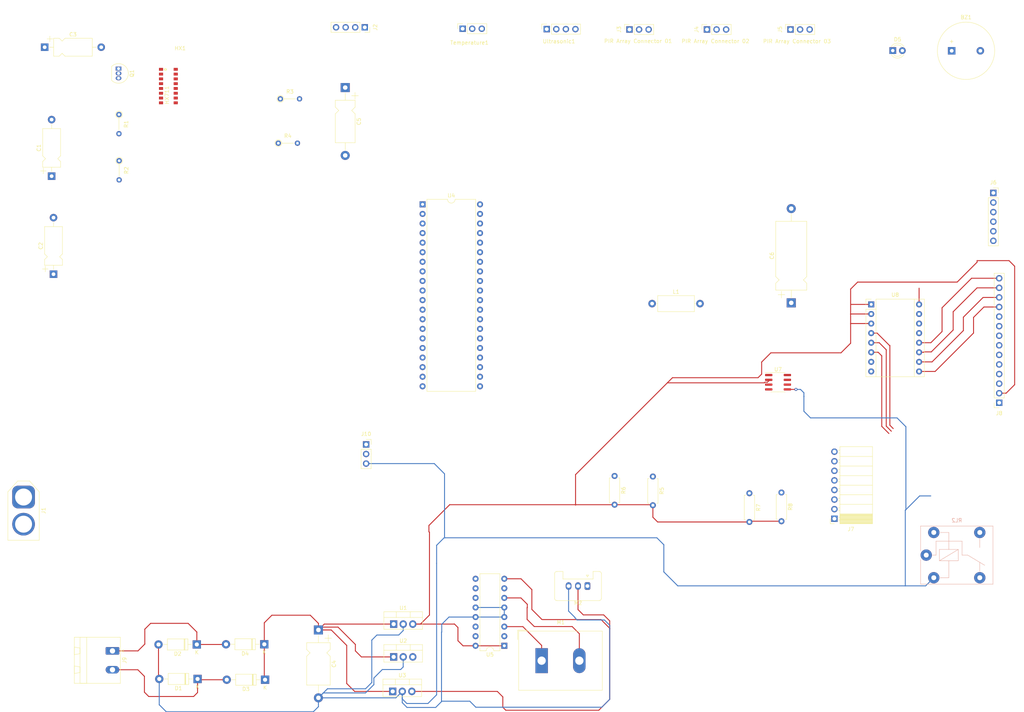
<source format=kicad_pcb>
(kicad_pcb (version 20211014) (generator pcbnew)
  (layers (0 "F.Cu" signal) (31 "B.Cu" signal) (34 "B.Paste" user) (35 "F.Paste" user) (36 "B.SilkS" user "B.Silkscreen") (37 "F.SilkS" user "F.Silkscreen") (38 "B.Mask" user) (39 "F.Mask" user) (44 "Edge.Cuts" user))
  (net 0 "")
  (net 1 "Net-(M1-Pad1)")
  (net 2 "Net-(M1-Pad2)")
  (net 3 "Net-(R6-Pad1)")
  (net 4 "Net-(C3-Pad1)")
  (net 5 "Net-(R5-Pad1)")
  (net 6 "Net-(HX1-Pad8)")
  (net 7 "Net-(C5-Pad2)")
  (net 8 "Net-(HX1-Pad4)")
  (net 9 "Net-(Q1-Pad3)")
  (net 10 "Net-(HX1-Pad7)")
  (net 11 "Net-(C5-Pad1)")
  (net 15 "Net-(RL2-PadA1)")
  (net 16 "Net-(RL1-PadA1)")
  (net 17 "Net-(U4-Pad14)")
  (net 18 "Net-(U4-Pad15)")
  (net 19 "Net-(HX1-Pad2)")
  (net 20 "Net-(Temperature1-Pad2)")
  (net 21 "Net-(C4-Pad1)")
  (net 22 "Net-(M2-Pad2)")
  (net 28 "Net-(J7-Pad8)")
  (net 29 "Net-(J7-Pad7)")
  (net 30 "Net-(J7-Pad6)")
  (net 31 "Net-(J7-Pad5)")
  (net 32 "Net-(J7-Pad1)")
  (net 33 "Net-(J7-Pad2)")
  (net 34 "Net-(J7-Pad3)")
  (net 35 "Net-(J7-Pad4)")
  (net 39 "Net-(U4-Pad16)")
  (net 40 "Net-(U4-Pad17)")
  (net 41 "Net-(HX1-Pad12)")
  (net 42 "Net-(HX1-Pad11)")
  (net 43 "Net-(M2-Pad1)")
  (net 48 "Net-(U4-Pad29)")
  (net 50 "Net-(BZ1-Pad2)")
  (net 53 "Net-(J4-Pad2)")
  (net 54 "Net-(J3-Pad2)")
  (net 55 "Net-(BZ1-Pad1)")
  (net 61 "Net-(J8-Pad4)")
  (net 62 "Net-(J8-Pad5)")
  (net 63 "Net-(J8-Pad6)")
  (net 66 "Net-(J8-Pad11)")
  (net 67 "Net-(J8-Pad12)")
  (net 68 "Net-(J8-Pad13)")
  (net 69 "Net-(J8-Pad14)")
  (net 71 "Net-(C6-Pad1)")
  (net 72 "Net-(C1-Pad1)")
  (net 73 "Net-(C2-Pad2)")
  (net 74 "Net-(HX1-Pad10)")
  (net 76 "Net-(D2-Pad1)")
  (net 77 "Net-(D1-Pad1)")
  (net 88 "Net-(J6-Pad3)")
  (footprint "Connector_PinSocket_2.54mm:PinSocket_1x03_P2.54mm_Vertical" (layer "F.Cu") (at 136.8 15.9 90)
    (fp_text reference "Temperature1")
    (fp_text value "DS18B20")
  )
  (footprint "Package_SO:SOIC-8_3.9x4.9mm_P1.27mm" (layer "F.Cu") (at 220.45 109.65)
    (fp_text reference "U7")
    (fp_text value "DS3232M")
  )
  (footprint "Package_TO_SOT_THT:TO-220-3_Vertical" (layer "F.Cu") (at 118.5 173.8)
    (fp_text reference "U1")
    (fp_text value "L7805")
  )
  (footprint "Resistor_THT:R_Axial_DIN0204_L3.6mm_D1.6mm_P5.08mm_Vertical" (layer "F.Cu") (at 87.91 46.25)
    (fp_text reference "R4")
    (fp_text value "100 Ω")
  )
  (footprint "Connector_PinSocket_2.54mm:PinSocket_1x06_P2.54mm_Vertical" (layer "F.Cu") (at 277.55 59.45)
    (fp_text reference "J6")
    (fp_text value "pH Sensor Connector")
  )
  (footprint "LED_THT:LED_D3.0mm" (layer "F.Cu") (at 250.875 21.7)
    (fp_text reference "D5")
    (fp_text value "LED")
  )
  (footprint "Package_TO_SOT_THT:TO-220-3_Vertical" (layer "F.Cu") (at 118.25 191.65)
    (fp_text reference "U3")
    (fp_text value "LM7812_TO220")
  )
  (footprint "Resistor_THT:R_Axial_DIN0204_L3.6mm_D1.6mm_P5.08mm_Vertical" (layer "F.Cu") (at 45.7 50.91 -90)
    (fp_text reference "R2")
    (fp_text value "8.2 kΩ")
  )
  (footprint "Connector_AMASS:AMASS_XT60-M_1x02_P7.20mm_Vertical" (layer "F.Cu") (at 20.35 140.1 -90)
    (fp_text reference "J1")
    (fp_text value "Conn_WallSocket")
  )
  (footprint "Package_DIP:DIP-16_W7.62mm" (layer "F.Cu") (at 147.85 179.55 180)
    (fp_text reference "U5")
    (fp_text value "L293D")
  )
  (footprint "Resistor_THT:R_Axial_DIN0204_L3.6mm_D1.6mm_P5.08mm_Vertical" (layer "F.Cu") (at 45.65 38.66 -90)
    (fp_text reference "R1")
    (fp_text value "20 kΩ")
  )
  (footprint "Capacitor_THT:CP_Axial_L10.0mm_D4.5mm_P15.00mm_Horizontal" (layer "F.Cu") (at 25.95 20.8)
    (fp_text reference "C3")
    (fp_text value "10 μF")
  )
  (footprint "Capacitor_THT:CP_Axial_L10.0mm_D4.5mm_P15.00mm_Horizontal" (layer "F.Cu") (at 28.2925 81 90)
    (fp_text reference "C2")
    (fp_text value "0.1 μF")
  )
  (footprint "Buzzer_Beeper:Buzzer_15x7.5RM7.6" (layer "F.Cu") (at 266.5 21.75)
    (fp_text reference "BZ1")
    (fp_text value "Buzzer")
  )
  (footprint "Connector_Stocko:Stocko_MKS_1653-6-0-303_1x3_P2.50mm_Vertical" (layer "F.Cu") (at 169.9 163.7 180)
    (fp_text reference "M2")
    (fp_text value "Motor_Servo")
  )
  (footprint "Connector_PinSocket_2.54mm:PinSocket_1x04_P2.54mm_Vertical" (layer "F.Cu") (at 110.85 15.525 -90)
    (fp_text reference "J2")
    (fp_text value "Weight Sensor Connector")
  )
  (footprint "HX711:HX711" (layer "F.Cu") (at 61.89 21.5806)
    (fp_text reference "HX1")
    (fp_text value "HX711")
  )
  (footprint "Capacitor_THT:CP_Axial_L11.0mm_D5.0mm_P18.00mm_Horizontal" (layer "F.Cu") (at 105.6575 31.5 -90)
    (fp_text reference "C5")
    (fp_text value "0.1 μF")
  )
  (footprint "Capacitor_THT:CP_Axial_L10.0mm_D4.5mm_P15.00mm_Horizontal" (layer "F.Cu") (at 27.7925 55 90)
    (fp_text reference "C1")
    (fp_text value "10 μF")
  )
  (footprint "Connector_PinSocket_2.54mm:PinSocket_1x08_P2.54mm_Horizontal" (layer "F.Cu") (at 235.4 145.85 180)
    (fp_text reference "J7")
    (fp_text value "Keypad Connector")
  )
  (footprint "Resistor_THT:R_Axial_DIN0207_L6.3mm_D2.5mm_P7.62mm_Horizontal" (layer "F.Cu") (at 187.25 134.66 -90)
    (fp_text reference "R5")
    (fp_text value "R")
  )
  (footprint "Package_TO_SOT_THT:TO-92_Inline" (layer "F.Cu") (at 45.54 26.48 -90)
    (fp_text reference "Q1")
    (fp_text value "2N4403")
  )
  (footprint "Diode_THT:D_DO-41_SOD81_P10.16mm_Horizontal" (layer "F.Cu") (at 66.5 188.35 180)
    (fp_text reference "D1")
    (fp_text value "1N4007")
  )
  (footprint "Diode_THT:D_DO-41_SOD81_P10.16mm_Horizontal" (layer "F.Cu") (at 84.2 179.15 180)
    (fp_text reference "D4")
    (fp_text value "1N4007")
  )
  (footprint "Connector_Phoenix_MSTB:PhoenixContact_MSTBA_2,5_2-G_1x02_P5.00mm_Horizontal" (layer "F.Cu") (at 43.9275 180.9 -90)
    (fp_text reference "J9")
    (fp_text value "Conn_01x02_Female")
  )
  (footprint "Capacitor_THT:CP_Axial_L11.0mm_D6.0mm_P18.00mm_Horizontal" (layer "F.Cu") (at 98.55 175.35 -90)
    (fp_text reference "C4")
    (fp_text value "C_Polarized")
  )
  (footprint "Connector_PinSocket_2.54mm:PinSocket_1x03_P2.54mm_Vertical" (layer "F.Cu") (at 111.2 126.15)
    (fp_text reference "J10")
    (fp_text value "Conn_01x03_Female")
  )
  (footprint "Resistor_THT:R_Axial_DIN0207_L6.3mm_D2.5mm_P7.62mm_Horizontal" (layer "F.Cu") (at 177.1 134.51 -90)
    (fp_text reference "R6")
    (fp_text value "R")
  )
  (footprint "Resistor_THT:R_Axial_DIN0204_L3.6mm_D1.6mm_P5.08mm_Vertical" (layer "F.Cu") (at 88.46 34.5)
    (fp_text reference "R3")
    (fp_text value "100 Ω")
  )
  (footprint "Resistor_THT:R_Axial_DIN0207_L6.3mm_D2.5mm_P7.62mm_Horizontal" (layer "F.Cu") (at 212.85 139.09 -90)
    (fp_text reference "R7")
    (fp_text value "R")
  )
  (footprint "Connector_PinSocket_2.54mm:PinSocket_1x03_P2.54mm_Vertical" (layer "F.Cu") (at 181.05 16.1 90)
    (fp_text reference "J3")
    (fp_text value "PIR Array Connector 01")
  )
  (footprint "Connector_PinSocket_2.54mm:PinSocket_1x03_P2.54mm_Vertical" (layer "F.Cu") (at 201.6 16.1 90)
    (fp_text reference "J4")
    (fp_text value "PIR Array Connector 02")
  )
  (footprint "Diode_THT:D_DO-41_SOD81_P10.16mm_Horizontal" (layer "F.Cu") (at 84.4 188.55 180)
    (fp_text reference "D3")
    (fp_text value "1N4007")
  )
  (footprint "Diode_THT:D_DO-41_SOD81_P10.16mm_Horizontal" (layer "F.Cu") (at 66.3 179.2 180)
    (fp_text reference "D2")
    (fp_text value "1N4007")
  )
  (footprint "Connector_PinSocket_2.54mm:PinSocket_1x14_P2.54mm_Vertical" (layer "F.Cu") (at 279.1 115.1 180)
    (fp_text reference "J8")
    (fp_text value "LCD Connector")
  )
  (footprint "Capacitor_THT:CP_Axial_L18.0mm_D8.0mm_P25.00mm_Horizontal" (layer "F.Cu") (at 223.95 88.6 90)
    (fp_text reference "C6")
    (fp_text value "C_Polarized")
  )
  (footprint "Module:Pololu_Breakout-16_15.2x20.3mm" (layer "F.Cu") (at 245.16 89.01)
    (fp_text reference "U8")
    (fp_text value "PCF8574")
  )
  (footprint "Inductor_THT:L_Axial_L9.5mm_D4.0mm_P12.70mm_Horizontal_Fastron_SMCC" (layer "F.Cu") (at 187.05 88.8)
    (fp_text reference "L1")
    (fp_text value "INDUCTOR")
  )
  (footprint "Connector_PinSocket_2.54mm:PinSocket_1x03_P2.54mm_Vertical" (layer "F.Cu") (at 223.75 16.1 90)
    (fp_text reference "J5")
    (fp_text value "PIR Array Connector 03")
  )
  (footprint "TerminalBlock_Dinkle:TerminalBlock_Dinkle_DT-55-B01X-02_P10.00mm" (layer "F.Cu") (at 157.75 183.5)
    (fp_text reference "M1")
    (fp_text value "Motor_DC")
  )
  (footprint "Package_TO_SOT_THT:TO-220-3_Vertical" (layer "F.Cu") (at 118.5 182.5)
    (fp_text reference "U2")
    (fp_text value "LM7809_TO220")
  )
  (footprint "Resistor_THT:R_Axial_DIN0207_L6.3mm_D2.5mm_P7.62mm_Horizontal" (layer "F.Cu") (at 221.35 138.9 -90)
    (fp_text reference "R8")
    (fp_text value "R")
  )
  (footprint "Connector_PinSocket_2.54mm:PinSocket_1x04_P2.54mm_Vertical" (layer "F.Cu") (at 159.1 16 90)
    (fp_text reference "Ultrasonic1")
    (fp_text value "Conn_01x04_Female")
  )
  (footprint "Package_DIP:DIP-40_W15.24mm" (layer "F.Cu") (at 126.175 62.475)
    (fp_text reference "U4")
    (fp_text value "ATmega32A-P")
  )
  (footprint "Relay_THT:Relay_SPDT_Finder_36.11" (layer "B.Cu") (at 259.75 155.5)
    (fp_text reference "RL2")
    (fp_text value "FINDER-36.11")
  )
  (segment (start 157.75 179.45) (end 152.77 174.47) (width 0.25) (layer "F.Cu") (net 1))
  (segment (start 152.77 174.47) (end 147.85 174.47) (width 0.25) (layer "F.Cu") (net 1))
  (segment (start 157.75 183.5) (end 157.75 179.45) (width 0.25) (layer "F.Cu") (net 1))
  (segment (start 153.95 168.55) (end 152.25 166.85) (width 0.25) (layer "F.Cu") (net 2))
  (segment (start 167.75 176.35) (end 165.85 174.45) (width 0.25) (layer "F.Cu") (net 2))
  (segment (start 153.9 169.45) (end 153.95 169.4) (width 0.25) (layer "F.Cu") (net 2))
  (segment (start 153.95 169.4) (end 153.95 168.55) (width 0.25) (layer "F.Cu") (net 2))
  (segment (start 165.85 174.45) (end 155.8 174.45) (width 0.25) (layer "F.Cu") (net 2))
  (segment (start 153.9 172.55) (end 153.9 169.45) (width 0.25) (layer "F.Cu") (net 2))
  (segment (start 167.75 183.5) (end 167.75 176.35) (width 0.25) (layer "F.Cu") (net 2))
  (segment (start 155.8 174.45) (end 153.9 172.55) (width 0.25) (layer "F.Cu") (net 2))
  (segment (start 152.25 166.85) (end 147.85 166.85) (width 0.25) (layer "F.Cu") (net 2))
  (segment (start 123.58 173.8) (end 125.6 173.8) (width 0.25) (layer "F.Cu") (net 4))
  (segment (start 188.51 146.71) (end 187.25 145.45) (width 0.25) (layer "F.Cu") (net 4))
  (segment (start 216.1 107.5) (end 216.1 104.3) (width 0.25) (layer "F.Cu") (net 4))
  (segment (start 239.7 94.15) (end 239.7 91.6) (width 0.25) (layer "F.Cu") (net 4))
  (segment (start 216.813928 109.8) (end 216.953448 109.66048) (width 0.25) (layer "F.Cu") (net 4))
  (segment (start 245.16 89.01) (end 239.89 89.01) (width 0.25) (layer "F.Cu") (net 4))
  (segment (start 221.35 146.52) (end 213.04 146.52) (width 0.25) (layer "F.Cu") (net 4))
  (segment (start 140.23 179.55) (end 136.9 179.55) (width 0.25) (layer "F.Cu") (net 4))
  (segment (start 281.7 77.4) (end 283.2 78.9) (width 0.25) (layer "F.Cu") (net 4))
  (segment (start 239.89 89.01) (end 239.9 89) (width 0.25) (layer "F.Cu") (net 4))
  (segment (start 166.75 134.15) (end 191.1 109.8) (width 0.25) (layer "F.Cu") (net 4))
  (segment (start 239.7 91.6) (end 239.7 84.95) (width 0.25) (layer "F.Cu") (net 4))
  (segment (start 133.37 142.13) (end 166.82 142.13) (width 0.25) (layer "F.Cu") (net 4))
  (segment (start 134.6 173.75) (end 134.55 173.8) (width 0.25) (layer "F.Cu") (net 4))
  (segment (start 125.6 173.8) (end 128 171.4) (width 0.25) (layer "F.Cu") (net 4))
  (segment (start 191.1 109.8) (end 192.45 108.45) (width 0.25) (layer "F.Cu") (net 4))
  (segment (start 135.55 178.2) (end 135.55 174.7) (width 0.25) (layer "F.Cu") (net 4))
  (segment (start 166.82 142.13) (end 177.1 142.13) (width 0.25) (layer "F.Cu") (net 4))
  (segment (start 215.15 108.45) (end 216.1 107.5) (width 0.25) (layer "F.Cu") (net 4))
  (segment (start 216.953448 109.66048) (end 217.62952 109.66048) (width 0.25) (layer "F.Cu") (net 4))
  (segment (start 212.85 146.71) (end 188.51 146.71) (width 0.25) (layer "F.Cu") (net 4))
  (segment (start 239.76 94.09) (end 239.7 94.15) (width 0.25) (layer "F.Cu") (net 4))
  (segment (start 245.16 91.55) (end 239.75 91.55) (width 0.25) (layer "F.Cu") (net 4))
  (segment (start 136.9 179.55) (end 135.55 178.2) (width 0.25) (layer "F.Cu") (net 4))
  (segment (start 177.1 142.13) (end 187.1 142.13) (width 0.25) (layer "F.Cu") (net 4))
  (segment (start 166.75 142.26) (end 166.75 134.15) (width 0.25) (layer "F.Cu") (net 4))
  (segment (start 241.55 83.1) (end 267.95 83.1) (width 0.25) (layer "F.Cu") (net 4))
  (segment (start 239.7 99.3) (end 239.7 94.15) (width 0.25) (layer "F.Cu") (net 4))
  (segment (start 283.2 78.9) (end 283.2 110.3) (width 0.25) (layer "F.Cu") (net 4))
  (segment (start 280.94 112.56) (end 279.1 112.56) (width 0.25) (layer "F.Cu") (net 4))
  (segment (start 147.85 179.55) (end 140.23 179.55) (width 0.25) (layer "F.Cu") (net 4))
  (segment (start 257.86 84.71) (end 257.86 89.01) (width 0.25) (layer "F.Cu") (net 4))
  (segment (start 267.95 83.1) (end 273.25 77.8) (width 0.25) (layer "F.Cu") (net 4))
  (segment (start 283.2 110.3) (end 280.94 112.56) (width 0.25) (layer "F.Cu") (net 4))
  (segment (start 273.25 77.4) (end 281.7 77.4) (width 0.25) (layer "F.Cu") (net 4))
  (segment (start 192.45 108.45) (end 215.15 108.45) (width 0.25) (layer "F.Cu") (net 4))
  (segment (start 218.55 101.85) (end 237.15 101.85) (width 0.25) (layer "F.Cu") (net 4))
  (segment (start 166.82 142.13) (end 166.7 142.01) (width 0.25) (layer "F.Cu") (net 4))
  (segment (start 128 171.4) (end 128 149.45) (width 0.25) (layer "F.Cu") (net 4))
  (segment (start 239.75 91.55) (end 239.7 91.6) (width 0.25) (layer "F.Cu") (net 4))
  (segment (start 134.55 173.8) (end 123.58 173.8) (width 0.25) (layer "F.Cu") (net 4))
  (segment (start 245.16 94.09) (end 239.76 94.09) (width 0.25) (layer "F.Cu") (net 4))
  (segment (start 237.15 101.85) (end 239.7 99.3) (width 0.25) (layer "F.Cu") (net 4))
  (segment (start 191.1 109.8) (end 216.813928 109.8) (width 0.25) (layer "F.Cu") (net 4))
  (segment (start 217.62952 109.66048) (end 218.025 109.265) (width 0.25) (layer "F.Cu") (net 4))
  (segment (start 127.85 149.3) (end 127.85 147.65) (width 0.25) (layer "F.Cu") (net 4))
  (segment (start 128 149.45) (end 127.85 149.3) (width 0.25) (layer "F.Cu") (net 4))
  (segment (start 239.7 84.95) (end 241.55 83.1) (width 0.25) (layer "F.Cu") (net 4))
  (segment (start 187.1 142.13) (end 187.25 142.28) (width 0.25) (layer "F.Cu") (net 4))
  (segment (start 135.55 174.7) (end 134.6 173.75) (width 0.25) (layer "F.Cu") (net 4))
  (segment (start 187.25 145.45) (end 187.25 142.28) (width 0.25) (layer "F.Cu") (net 4))
  (segment (start 216.1 104.3) (end 218.55 101.85) (width 0.25) (layer "F.Cu") (net 4))
  (segment (start 127.85 147.65) (end 133.37 142.13) (width 0.25) (layer "F.Cu") (net 4))
  (segment (start 213.04 146.52) (end 212.85 146.71) (width 0.25) (layer "F.Cu") (net 4))
  (segment (start 273.25 77.8) (end 273.25 77.4) (width 0.25) (layer "F.Cu") (net 4))
  (segment (start 84.2 179.15) (end 84.2 188.35) (width 0.25) (layer "F.Cu") (net 21))
  (segment (start 103.75 174.6) (end 99.3 174.6) (width 0.25) (layer "F.Cu") (net 21))
  (segment (start 108.35 179.2) (end 103.75 174.6) (width 0.25) (layer "F.Cu") (net 21))
  (segment (start 84.2 188.35) (end 84.4 188.55) (width 0.25) (layer "F.Cu") (net 21))
  (segment (start 98.55 175.35) (end 100.1 173.8) (width 0.25) (layer "F.Cu") (net 21))
  (segment (start 108.15 191.65) (end 118.25 191.65) (width 0.25) (layer "F.Cu") (net 21))
  (segment (start 106.05 189.55) (end 108.15 191.65) (width 0.25) (layer "F.Cu") (net 21))
  (segment (start 86.2 171.45) (end 84.2 173.45) (width 0.25) (layer "F.Cu") (net 21))
  (segment (start 96.4 171.45) (end 86.2 171.45) (width 0.25) (layer "F.Cu") (net 21))
  (segment (start 98.55 173.6) (end 96.4 171.45) (width 0.25) (layer "F.Cu") (net 21))
  (segment (start 118.5 182.5) (end 109.95 182.5) (width 0.25) (layer "F.Cu") (net 21))
  (segment (start 98.55 175.35) (end 101.95 175.35) (width 0.25) (layer "F.Cu") (net 21))
  (segment (start 98.55 175.35) (end 98.55 173.6) (width 0.25) (layer "F.Cu") (net 21))
  (segment (start 84.2 173.45) (end 84.2 179.15) (width 0.25) (layer "F.Cu") (net 21))
  (segment (start 108.35 180.9) (end 108.35 179.2) (width 0.25) (layer "F.Cu") (net 21))
  (segment (start 106.05 179.45) (end 106.05 189.55) (width 0.25) (layer "F.Cu") (net 21))
  (segment (start 101.95 175.35) (end 106.05 179.45) (width 0.25) (layer "F.Cu") (net 21))
  (segment (start 100.1 173.8) (end 118.5 173.8) (width 0.25) (layer "F.Cu") (net 21))
  (segment (start 99.3 174.6) (end 98.55 175.35) (width 0.25) (layer "F.Cu") (net 21))
  (segment (start 109.95 182.5) (end 108.35 180.9) (width 0.25) (layer "F.Cu") (net 21))
  (segment (start 147.45 193.1) (end 147.45 195.85) (width 0.25) (layer "F.Cu") (net 22))
  (segment (start 173.5 172.6) (end 157.85 172.6) (width 0.25) (layer "F.Cu") (net 22))
  (segment (start 152.27 161.77) (end 147.85 161.77) (width 0.25) (layer "F.Cu") (net 22))
  (segment (start 175.8 172.95) (end 174.2 171.35) (width 0.25) (layer "F.Cu") (net 22))
  (segment (start 175.8 175.1) (end 175.8 174.9) (width 0.25) (layer "F.Cu") (net 22))
  (segment (start 155.15 169.9) (end 155.15 164.65) (width 0.25) (layer "F.Cu") (net 22))
  (segment (start 172.9 196.65) (end 175.8 193.75) (width 0.25) (layer "F.Cu") (net 22))
  (segment (start 167.4 169.95) (end 167.4 163.7) (width 0.25) (layer "F.Cu") (net 22))
  (segment (start 148.25 196.65) (end 172.9 196.65) (width 0.25) (layer "F.Cu") (net 22))
  (segment (start 175.8 174.9) (end 173.5 172.6) (width 0.25) (layer "F.Cu") (net 22))
  (segment (start 168.8 171.35) (end 167.4 169.95) (width 0.25) (layer "F.Cu") (net 22))
  (segment (start 157.85 172.6) (end 155.15 169.9) (width 0.25) (layer "F.Cu") (net 22))
  (segment (start 147.45 195.85) (end 148.25 196.65) (width 0.25) (layer "F.Cu") (net 22))
  (segment (start 146 191.65) (end 147.45 193.1) (width 0.25) (layer "F.Cu") (net 22))
  (segment (start 175.8 193.75) (end 175.8 175.1) (width 0.25) (layer "F.Cu") (net 22))
  (segment (start 155.15 164.65) (end 152.27 161.77) (width 0.25) (layer "F.Cu") (net 22))
  (segment (start 123.33 191.65) (end 146 191.65) (width 0.25) (layer "F.Cu") (net 22))
  (segment (start 175.8 175.1) (end 175.8 172.95) (width 0.25) (layer "F.Cu") (net 22))
  (segment (start 174.2 171.35) (end 168.8 171.35) (width 0.25) (layer "F.Cu") (net 22))
  (segment (start 56.14 188.15) (end 56.34 188.35) (width 0.25) (layer "F.Cu") (net 50))
  (segment (start 222.925 111.555) (end 225.195 111.555) (width 0.25) (layer "F.Cu") (net 50))
  (segment (start 225.195 111.555) (end 225.2 111.55) (width 0.25) (layer "F.Cu") (net 50))
  (segment (start 56.14 179.2) (end 56.14 188.15) (width 0.25) (layer "F.Cu") (net 50))
  (via (at 225.195 111.555) (size 0.8) (drill 0.4) (layers "F.Cu" "B.Cu") (net 50))
  (segment (start 140.3 195.85) (end 138.7 194.25) (width 0.25) (layer "B.Cu") (net 50))
  (segment (start 140.23 171.93) (end 147.85 171.93) (width 0.25) (layer "B.Cu") (net 50))
  (segment (start 98.55 193.35) (end 100.95 190.95) (width 0.25) (layer "B.Cu") (net 50))
  (segment (start 147.85 171.93) (end 147.85 169.39) (width 0.25) (layer "B.Cu") (net 50))
  (segment (start 98.55 193.35) (end 99.85 192.05) (width 0.25) (layer "B.Cu") (net 50))
  (segment (start 114.05 176.7) (end 119.85 176.7) (width 0.25) (layer "B.Cu") (net 50))
  (segment (start 227.3 113.45) (end 227.35 113.4) (width 0.25) (layer "B.Cu") (net 50))
  (segment (start 131.2 175.95) (end 131.25 175.9) (width 0.25) (layer "B.Cu") (net 50))
  (segment (start 119.09 193.35) (end 120.79 191.65) (width 0.25) (layer "B.Cu") (net 50))
  (segment (start 167.15 172.7) (end 174.4 172.7) (width 0.25) (layer "B.Cu") (net 50))
  (segment (start 259.6 163.65) (end 254.2 163.65) (width 0.25) (layer "B.Cu") (net 50))
  (segment (start 129.9 152.9) (end 129.9 157.7) (width 0.25) (layer "B.Cu") (net 50))
  (segment (start 254.35 121.45) (end 252 119.1) (width 0.25) (layer "B.Cu") (net 50))
  (segment (start 227.3 113.45) (end 227.3 112.45) (width 0.25) (layer "B.Cu") (net 50))
  (segment (start 193.85 163.65) (end 190.15 159.95) (width 0.25) (layer "B.Cu") (net 50))
  (segment (start 190.15 159.95) (end 190.15 152.75) (width 0.25) (layer "B.Cu") (net 50))
  (segment (start 132.1 150.9) (end 131.9 150.9) (width 0.25) (layer "B.Cu") (net 50))
  (segment (start 58.2 197.05) (end 56.34 195.19) (width 0.25) (layer "B.Cu") (net 50))
  (segment (start 147.85 169.39) (end 140.23 169.39) (width 0.25) (layer "B.Cu") (net 50))
  (segment (start 188.3 150.9) (end 132.1 150.9) (width 0.25) (layer "B.Cu") (net 50))
  (segment (start 131.9 150.9) (end 129.9 152.9) (width 0.25) (layer "B.Cu") (net 50))
  (segment (start 127.6 194.85) (end 122 194.85) (width 0.25) (layer "B.Cu") (net 50))
  (segment (start 119.85 176.7) (end 121.04 175.51) (width 0.25) (layer "B.Cu") (net 50))
  (segment (start 113.25 189.85) (end 113.25 188.1) (width 0.25) (layer "B.Cu") (net 50))
  (segment (start 99.85 192.05) (end 111.05 192.05) (width 0.25) (layer "B.Cu") (net 50))
  (segment (start 133.17 171.93) (end 140.23 171.93) (width 0.25) (layer "B.Cu") (net 50))
  (segment (start 175.8 174.1) (end 175.8 193.75) (width 0.25) (layer "B.Cu") (net 50))
  (segment (start 227.3 117.35) (end 227.3 113.45) (width 0.25) (layer "B.Cu") (net 50))
  (segment (start 113.25 188.1) (end 115.5 185.85) (width 0.25) (layer "B.Cu") (net 50))
  (segment (start 120.35 185.85) (end 121.04 185.16) (width 0.25) (layer "B.Cu") (net 50))
  (segment (start 111.05 190.95) (end 112.7 189.3) (width 0.25) (layer "B.Cu") (net 50))
  (segment (start 254.35 143.45) (end 254.35 121.45) (width 0.25) (layer "B.Cu") (net 50))
  (segment (start 111.2 131.23) (end 129.28 131.23) (width 0.25) (layer "B.Cu") (net 50))
  (segment (start 173.7 195.85) (end 140.3 195.85) (width 0.25) (layer "B.Cu") (net 50))
  (segment (start 132 150.8) (end 132.1 150.9) (width 0.25) (layer "B.Cu") (net 50))
  (segment (start 164.9 170.35) (end 166.6 172.05) (width 0.25) (layer "B.Cu") (net 50))
  (segment (start 166.6 172.15) (end 167.15 172.7) (width 0.25) (layer "B.Cu") (net 50))
  (segment (start 120.79 191.65) (end 120.79 194.64) (width 0.25) (layer "B.Cu") (net 50))
  (segment (start 226.405 111.555) (end 225.195 111.555) (width 0.25) (layer "B.Cu") (net 50))
  (segment (start 252 119.1) (end 229.05 119.1) (width 0.25) (layer "B.Cu") (net 50))
  (segment (start 132 133.95) (end 132 150.8) (width 0.25) (layer "B.Cu") (net 50))
  (segment (start 254.35 143.45) (end 254.2 143.6) (width 0.25) (layer "B.Cu") (net 50))
  (segment (start 131.25 175.9) (end 131.25 173.85) (width 0.25) (layer "B.Cu") (net 50))
  (segment (start 120.79 194.64) (end 122.05 195.9) (width 0.25) (layer "B.Cu") (net 50))
  (segment (start 98.55 193.35) (end 119.09 193.35) (width 0.25) (layer "B.Cu") (net 50))
  (segment (start 112.7 189.3) (end 112.7 178.05) (width 0.25) (layer "B.Cu") (net 50))
  (segment (start 122 194.85) (end 120.79 193.64) (width 0.25) (layer "B.Cu") (net 50))
  (segment (start 129.9 192.55) (end 127.6 194.85) (width 0.25) (layer "B.Cu") (net 50))
  (segment (start 121.04 185.16) (end 121.04 182.5) (width 0.25) (layer "B.Cu") (net 50))
  (segment (start 254.2 163.65) (end 193.85 163.65) (width 0.25) (layer "B.Cu") (net 50))
  (segment (start 258 139.8) (end 254.35 143.45) (width 0.25) (layer "B.Cu") (net 50))
  (segment (start 138.7 194.25) (end 131.2 194.25) (width 0.25) (layer "B.Cu") (net 50))
  (segment (start 56.34 195.19) (end 56.34 188.35) (width 0.25) (layer "B.Cu") (net 50))
  (segment (start 174.4 172.7) (end 175.8 174.1) (width 0.25) (layer "B.Cu") (net 50))
  (segment (start 129.9 157.7) (end 129.9 192.55) (width 0.25) (layer "B.Cu") (net 50))
  (segment (start 131.2 194.35) (end 131.2 194.25) (width 0.25) (layer "B.Cu") (net 50))
  (segment (start 122.05 195.9) (end 129.65 195.9) (width 0.25) (layer "B.Cu") (net 50))
  (segment (start 97.2 197.05) (end 58.2 197.05) (width 0.25) (layer "B.Cu") (net 50))
  (segment (start 190.15 152.75) (end 188.3 150.9) (width 0.25) (layer "B.Cu") (net 50))
  (segment (start 112.7 178.05) (end 114.05 176.7) (width 0.25) (layer "B.Cu") (net 50))
  (segment (start 121.04 175.51) (end 121.04 173.8) (width 0.25) (layer "B.Cu") (net 50))
  (segment (start 261.75 161.5) (end 259.6 163.65) (width 0.25) (layer "B.Cu") (net 50))
  (segment (start 175.8 193.75) (end 173.7 195.85) (width 0.25) (layer "B.Cu") (net 50))
  (segment (start 115.5 185.85) (end 120.35 185.85) (width 0.25) (layer "B.Cu") (net 50))
  (segment (start 131.25 173.85) (end 133.17 171.93) (width 0.25) (layer "B.Cu") (net 50))
  (segment (start 254.2 143.6) (end 254.2 163.65) (width 0.25) (layer "B.Cu") (net 50))
  (segment (start 98.55 195.7) (end 97.2 197.05) (width 0.25) (layer "B.Cu") (net 50))
  (segment (start 129.65 195.9) (end 131.2 194.35) (width 0.25) (layer "B.Cu") (net 50))
  (segment (start 131.2 194.25) (end 131.2 175.95) (width 0.25) (layer "B.Cu") (net 50))
  (segment (start 100.95 190.95) (end 111.05 190.95) (width 0.25) (layer "B.Cu") (net 50))
  (segment (start 229.05 119.1) (end 227.3 117.35) (width 0.25) (layer "B.Cu") (net 50))
  (segment (start 260.95 139.8) (end 258 139.8) (width 0.25) (layer "B.Cu") (net 50))
  (segment (start 111.05 192.05) (end 113.25 189.85) (width 0.25) (layer "B.Cu") (net 50))
  (segment (start 98.55 193.35) (end 98.55 195.7) (width 0.25) (layer "B.Cu") (net 50))
  (segment (start 166.6 172.05) (end 166.6 172.15) (width 0.25) (layer "B.Cu") (net 50))
  (segment (start 120.79 193.64) (end 120.79 191.65) (width 0.25) (layer "B.Cu") (net 50))
  (segment (start 227.3 112.45) (end 226.405 111.555) (width 0.25) (layer "B.Cu") (net 50))
  (segment (start 164.9 163.7) (end 164.9 170.35) (width 0.25) (layer "B.Cu") (net 50))
  (segment (start 129.28 131.23) (end 132 133.95) (width 0.25) (layer "B.Cu") (net 50))
  (segment (start 246.73 96.63) (end 250 99.9) (width 0.25) (layer "F.Cu") (net 61))
  (segment (start 245.16 96.63) (end 246.73 96.63) (width 0.25) (layer "F.Cu") (net 61))
  (segment (start 250 99.9) (end 250.1 99.9) (width 0.25) (layer "F.Cu") (net 61))
  (segment (start 250.1 121.05) (end 251 121.95) (width 0.25) (layer "F.Cu") (net 61))
  (segment (start 250.1 99.9) (end 250.1 121.05) (width 0.25) (layer "F.Cu") (net 61))
  (segment (start 245.16 99.17) (end 247.27 99.17) (width 0.25) (layer "F.Cu") (net 62))
  (segment (start 247.27 99.17) (end 249.15 101.05) (width 0.25) (layer "F.Cu") (net 62))
  (segment (start 249.15 121.3) (end 250.5 122.65) (width 0.25) (layer "F.Cu") (net 62))
  (segment (start 249.15 101.05) (end 249.15 121.3) (width 0.25) (layer "F.Cu") (net 62))
  (segment (start 247.01 101.71) (end 247.95 102.65) (width 0.25) (layer "F.Cu") (net 63))
  (segment (start 247.95 121.35) (end 249.85 123.25) (width 0.25) (layer "F.Cu") (net 63))
  (segment (start 245.16 101.71) (end 247.01 101.71) (width 0.25) (layer "F.Cu") (net 63))
  (segment (start 247.95 102.65) (end 247.95 121.35) (width 0.25) (layer "F.Cu") (net 63))
  (segment (start 272.3 96.6) (end 272.3 92.45) (width 0.25) (layer "F.Cu") (net 66))
  (segment (start 275.05 89.7) (end 279.1 89.7) (width 0.25) (layer "F.Cu") (net 66))
  (segment (start 257.86 106.79) (end 262.11 106.79) (width 0.25) (layer "F.Cu") (net 66))
  (segment (start 272.3 92.45) (end 275.05 89.7) (width 0.25) (layer "F.Cu") (net 66))
  (segment (start 262.11 106.79) (end 272.3 96.6) (width 0.25) (layer "F.Cu") (net 66))
  (segment (start 274.84 87.16) (end 279.1 87.16) (width 0.25) (layer "F.Cu") (net 67))
  (segment (start 257.86 104.25) (end 261.3 104.25) (width 0.25) (layer "F.Cu") (net 67))
  (segment (start 269.6 95.95) (end 269.6 92.4) (width 0.25) (layer "F.Cu") (net 67))
  (segment (start 261.3 104.25) (end 269.6 95.95) (width 0.25) (layer "F.Cu") (net 67))
  (segment (start 269.6 92.4) (end 274.84 87.16) (width 0.25) (layer "F.Cu") (net 67))
  (segment (start 266.9 95.8) (end 266.9 90.95) (width 0.25) (layer "F.Cu") (net 68))
  (segment (start 259.075718 101.71) (end 259.185718 101.6) (width 0.25) (layer "F.Cu") (net 68))
  (segment (start 266.9 90.95) (end 273.23 84.62) (width 0.25) (layer "F.Cu") (net 68))
  (segment (start 261.1 101.6) (end 266.9 95.8) (width 0.25) (layer "F.Cu") (net 68))
  (segment (start 259.185718 101.6) (end 261.1 101.6) (width 0.25) (layer "F.Cu") (net 68))
  (segment (start 273.23 84.62) (end 279.1 84.62) (width 0.25) (layer "F.Cu") (net 68))
  (segment (start 257.86 101.71) (end 259.075718 101.71) (width 0.25) (layer "F.Cu") (net 68))
  (segment (start 271.77 82.08) (end 279.1 82.08) (width 0.25) (layer "F.Cu") (net 69))
  (segment (start 260.98 99.17) (end 263.95 96.2) (width 0.25) (layer "F.Cu") (net 69))
  (segment (start 263.95 89.9) (end 271.77 82.08) (width 0.25) (layer "F.Cu") (net 69))
  (segment (start 263.95 96.2) (end 263.95 89.9) (width 0.25) (layer "F.Cu") (net 69))
  (segment (start 257.86 99.17) (end 260.98 99.17) (width 0.25) (layer "F.Cu") (net 69))
  (segment (start 43.9275 180.9) (end 50.7 180.9) (width 0.25) (layer "F.Cu") (net 76))
  (segment (start 73.99 179.2) (end 74.04 179.15) (width 0.25) (layer "F.Cu") (net 76))
  (segment (start 52.5 179.1) (end 52.5 175.15) (width 0.25) (layer "F.Cu") (net 76))
  (segment (start 64 173.6) (end 66.3 175.9) (width 0.25) (layer "F.Cu") (net 76))
  (segment (start 50.7 180.9) (end 52.5 179.1) (width 0.25) (layer "F.Cu") (net 76))
  (segment (start 54.05 173.6) (end 64 173.6) (width 0.25) (layer "F.Cu") (net 76))
  (segment (start 52.5 175.15) (end 54.05 173.6) (width 0.25) (layer "F.Cu") (net 76))
  (segment (start 66.3 175.9) (end 66.3 179.2) (width 0.25) (layer "F.Cu") (net 76))
  (segment (start 66.3 179.2) (end 73.99 179.2) (width 0.25) (layer "F.Cu") (net 76))
  (segment (start 52.4 187.65) (end 52.4 191.85) (width 0.25) (layer "F.Cu") (net 77))
  (segment (start 52.4 191.85) (end 53.55 193) (width 0.25) (layer "F.Cu") (net 77))
  (segment (start 43.9275 185.9) (end 50.65 185.9) (width 0.25) (layer "F.Cu") (net 77))
  (segment (start 53.55 193) (end 65.45 193) (width 0.25) (layer "F.Cu") (net 77))
  (segment (start 66.5 191.95) (end 66.5 188.35) (width 0.25) (layer "F.Cu") (net 77))
  (segment (start 66.7 188.55) (end 66.5 188.35) (width 0.25) (layer "F.Cu") (net 77))
  (segment (start 50.65 185.9) (end 52.4 187.65) (width 0.25) (layer "F.Cu") (net 77))
  (segment (start 65.45 193) (end 66.5 191.95) (width 0.25) (layer "F.Cu") (net 77))
  (segment (start 74.24 188.55) (end 66.7 188.55) (width 0.25) (layer "F.Cu") (net 77))
)
</source>
